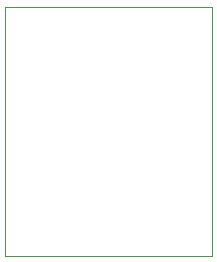
<source format=gbr>
%FSDAX24Y24*%
%MOIN*%
%SFA1B1*%

%IPPOS*%
%ADD47C,0.001000*%
%LNde-120418_profile-1*%
%LPD*%
G54D47*
X033750Y017050D02*
Y025350D01*
X040650*
Y017050*
X033750*
M02*
</source>
